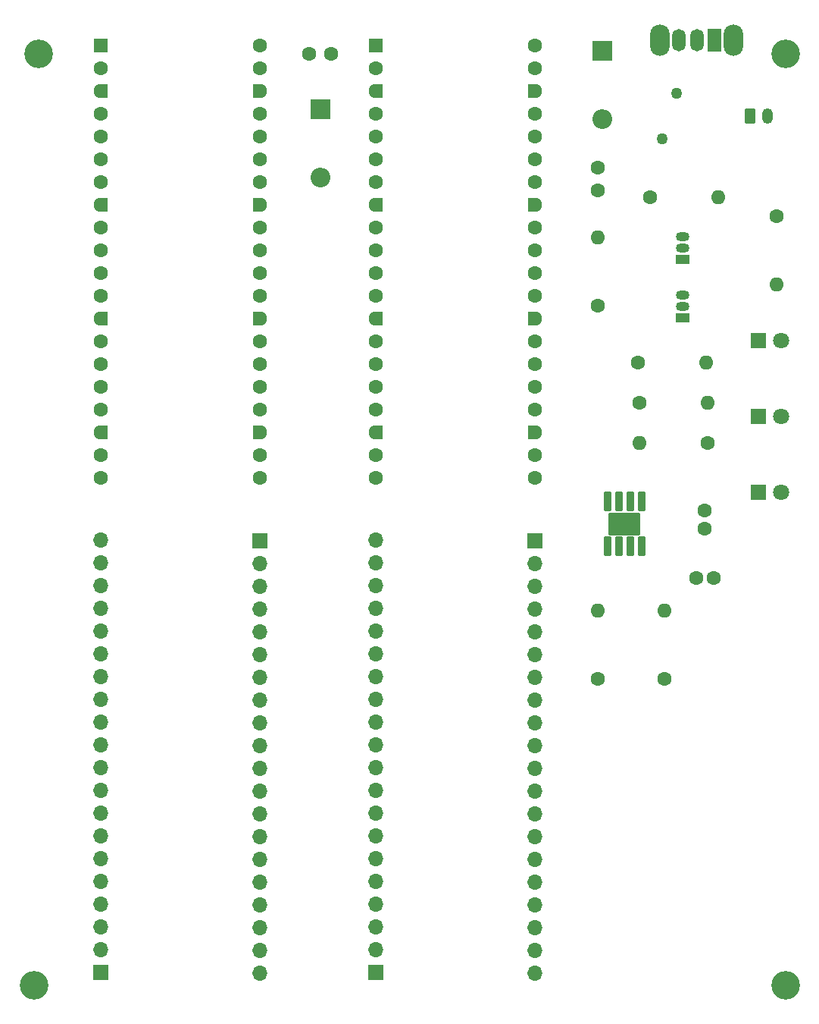
<source format=gbr>
%TF.GenerationSoftware,KiCad,Pcbnew,9.0.0*%
%TF.CreationDate,2025-09-26T14:07:43-04:00*%
%TF.ProjectId,Design V2.0,44657369-676e-4205-9632-2e302e6b6963,rev?*%
%TF.SameCoordinates,Original*%
%TF.FileFunction,Soldermask,Top*%
%TF.FilePolarity,Negative*%
%FSLAX46Y46*%
G04 Gerber Fmt 4.6, Leading zero omitted, Abs format (unit mm)*
G04 Created by KiCad (PCBNEW 9.0.0) date 2025-09-26 14:07:43*
%MOMM*%
%LPD*%
G01*
G04 APERTURE LIST*
G04 Aperture macros list*
%AMRoundRect*
0 Rectangle with rounded corners*
0 $1 Rounding radius*
0 $2 $3 $4 $5 $6 $7 $8 $9 X,Y pos of 4 corners*
0 Add a 4 corners polygon primitive as box body*
4,1,4,$2,$3,$4,$5,$6,$7,$8,$9,$2,$3,0*
0 Add four circle primitives for the rounded corners*
1,1,$1+$1,$2,$3*
1,1,$1+$1,$4,$5*
1,1,$1+$1,$6,$7*
1,1,$1+$1,$8,$9*
0 Add four rect primitives between the rounded corners*
20,1,$1+$1,$2,$3,$4,$5,0*
20,1,$1+$1,$4,$5,$6,$7,0*
20,1,$1+$1,$6,$7,$8,$9,0*
20,1,$1+$1,$8,$9,$2,$3,0*%
%AMFreePoly0*
4,1,37,0.603843,0.796157,0.639018,0.796157,0.711114,0.766294,0.766294,0.711114,0.796157,0.639018,0.796157,0.603843,0.800000,0.600000,0.800000,-0.600000,0.796157,-0.603843,0.796157,-0.639018,0.766294,-0.711114,0.711114,-0.766294,0.639018,-0.796157,0.603843,-0.796157,0.600000,-0.800000,0.000000,-0.800000,0.000000,-0.796148,-0.078414,-0.796148,-0.232228,-0.765552,-0.377117,-0.705537,
-0.507515,-0.618408,-0.618408,-0.507515,-0.705537,-0.377117,-0.765552,-0.232228,-0.796148,-0.078414,-0.796148,0.078414,-0.765552,0.232228,-0.705537,0.377117,-0.618408,0.507515,-0.507515,0.618408,-0.377117,0.705537,-0.232228,0.765552,-0.078414,0.796148,0.000000,0.796148,0.000000,0.800000,0.600000,0.800000,0.603843,0.796157,0.603843,0.796157,$1*%
%AMFreePoly1*
4,1,37,0.000000,0.796148,0.078414,0.796148,0.232228,0.765552,0.377117,0.705537,0.507515,0.618408,0.618408,0.507515,0.705537,0.377117,0.765552,0.232228,0.796148,0.078414,0.796148,-0.078414,0.765552,-0.232228,0.705537,-0.377117,0.618408,-0.507515,0.507515,-0.618408,0.377117,-0.705537,0.232228,-0.765552,0.078414,-0.796148,0.000000,-0.796148,0.000000,-0.800000,-0.600000,-0.800000,
-0.603843,-0.796157,-0.639018,-0.796157,-0.711114,-0.766294,-0.766294,-0.711114,-0.796157,-0.639018,-0.796157,-0.603843,-0.800000,-0.600000,-0.800000,0.600000,-0.796157,0.603843,-0.796157,0.639018,-0.766294,0.711114,-0.711114,0.766294,-0.639018,0.796157,-0.603843,0.796157,-0.600000,0.800000,0.000000,0.800000,0.000000,0.796148,0.000000,0.796148,$1*%
G04 Aperture macros list end*
%ADD10C,1.600000*%
%ADD11O,1.600000X1.600000*%
%ADD12R,1.800000X1.800000*%
%ADD13C,1.800000*%
%ADD14RoundRect,0.200000X-0.600000X-0.600000X0.600000X-0.600000X0.600000X0.600000X-0.600000X0.600000X0*%
%ADD15FreePoly0,0.000000*%
%ADD16FreePoly1,0.000000*%
%ADD17C,1.270000*%
%ADD18R,2.200000X2.200000*%
%ADD19O,2.200000X2.200000*%
%ADD20O,2.200000X3.500000*%
%ADD21R,1.500000X2.500000*%
%ADD22O,1.500000X2.500000*%
%ADD23R,1.700000X1.700000*%
%ADD24O,1.700000X1.700000*%
%ADD25C,3.200000*%
%ADD26RoundRect,0.250000X-0.350000X-0.625000X0.350000X-0.625000X0.350000X0.625000X-0.350000X0.625000X0*%
%ADD27O,1.200000X1.750000*%
%ADD28R,1.500000X1.050000*%
%ADD29O,1.500000X1.050000*%
%ADD30RoundRect,0.100500X0.301500X-0.986500X0.301500X0.986500X-0.301500X0.986500X-0.301500X-0.986500X0*%
%ADD31RoundRect,0.102000X1.651000X-1.206500X1.651000X1.206500X-1.651000X1.206500X-1.651000X-1.206500X0*%
G04 APERTURE END LIST*
D10*
%TO.C,R6*%
X224500000Y-61620000D03*
D11*
X224500000Y-54000000D03*
%TD*%
D10*
%TO.C,R5*%
X244500000Y-51690000D03*
D11*
X244500000Y-59310000D03*
%TD*%
D12*
%TO.C,D4*%
X242460000Y-82500000D03*
D13*
X245000000Y-82500000D03*
%TD*%
D10*
%TO.C,R8*%
X236810000Y-77000000D03*
D11*
X229190000Y-77000000D03*
%TD*%
D14*
%TO.C,A1*%
X169000000Y-32600000D03*
D10*
X169000000Y-35140000D03*
D15*
X169000000Y-37680000D03*
D10*
X169000000Y-40220000D03*
X169000000Y-42760000D03*
X169000000Y-45300000D03*
X169000000Y-47840000D03*
D15*
X169000000Y-50380000D03*
D10*
X169000000Y-52920000D03*
X169000000Y-55460000D03*
X169000000Y-58000000D03*
X169000000Y-60540000D03*
D15*
X169000000Y-63080000D03*
D10*
X169000000Y-65620000D03*
X169000000Y-68160000D03*
X169000000Y-70700000D03*
X169000000Y-73240000D03*
D15*
X169000000Y-75780000D03*
D10*
X169000000Y-78320000D03*
X169000000Y-80860000D03*
X186780000Y-80860000D03*
X186780000Y-78320000D03*
D16*
X186780000Y-75780000D03*
D10*
X186780000Y-73240000D03*
X186780000Y-70700000D03*
X186780000Y-68160000D03*
X186780000Y-65620000D03*
D16*
X186780000Y-63080000D03*
D10*
X186780000Y-60540000D03*
X186780000Y-58000000D03*
X186780000Y-55460000D03*
X186780000Y-52920000D03*
D16*
X186780000Y-50380000D03*
D10*
X186780000Y-47840000D03*
X186780000Y-45300000D03*
X186780000Y-42760000D03*
X186780000Y-40220000D03*
D16*
X186780000Y-37680000D03*
D10*
X186780000Y-35140000D03*
X186780000Y-32600000D03*
%TD*%
D17*
%TO.C,F1*%
X231700000Y-43050000D03*
X233300000Y-37950000D03*
%TD*%
D10*
%TO.C,R2*%
X230380000Y-49500000D03*
D11*
X238000000Y-49500000D03*
%TD*%
D18*
%TO.C,D5*%
X193500000Y-39690000D03*
D19*
X193500000Y-47310000D03*
%TD*%
D20*
%TO.C,SW1*%
X239700000Y-32000000D03*
X231500000Y-32000000D03*
D21*
X237600000Y-32000000D03*
D22*
X235600000Y-32000000D03*
X233600000Y-32000000D03*
%TD*%
D10*
%TO.C,C4*%
X236500000Y-86500000D03*
X236500000Y-84500000D03*
%TD*%
%TO.C,C2*%
X224500000Y-48750000D03*
X224500000Y-46250000D03*
%TD*%
D23*
%TO.C,J4*%
X199720000Y-136060000D03*
D24*
X199720000Y-133520000D03*
X199720000Y-130980000D03*
X199720000Y-128440000D03*
X199720000Y-125900000D03*
X199720000Y-123360000D03*
X199720000Y-120820000D03*
X199720000Y-118280000D03*
X199720000Y-115740000D03*
X199720000Y-113200000D03*
X199720000Y-110660000D03*
X199720000Y-108120000D03*
X199720000Y-105580000D03*
X199720000Y-103040000D03*
X199720000Y-100500000D03*
X199720000Y-97960000D03*
X199720000Y-95420000D03*
X199720000Y-92880000D03*
X199720000Y-90340000D03*
X199720000Y-87800000D03*
%TD*%
D25*
%TO.C,H2*%
X245500000Y-33500000D03*
%TD*%
D23*
%TO.C,J3*%
X186780000Y-87860000D03*
D24*
X186780000Y-90400000D03*
X186780000Y-92940000D03*
X186780000Y-95480000D03*
X186780000Y-98020000D03*
X186780000Y-100560000D03*
X186780000Y-103100000D03*
X186780000Y-105640000D03*
X186780000Y-108180000D03*
X186780000Y-110720000D03*
X186780000Y-113260000D03*
X186780000Y-115800000D03*
X186780000Y-118340000D03*
X186780000Y-120880000D03*
X186780000Y-123420000D03*
X186780000Y-125960000D03*
X186780000Y-128500000D03*
X186780000Y-131040000D03*
X186780000Y-133580000D03*
X186780000Y-136120000D03*
%TD*%
D26*
%TO.C,J1*%
X241500000Y-40500000D03*
D27*
X243500000Y-40500000D03*
%TD*%
D10*
%TO.C,C1*%
X194750000Y-33500000D03*
X192250000Y-33500000D03*
%TD*%
D23*
%TO.C,J2*%
X169000000Y-136060000D03*
D24*
X169000000Y-133520000D03*
X169000000Y-130980000D03*
X169000000Y-128440000D03*
X169000000Y-125900000D03*
X169000000Y-123360000D03*
X169000000Y-120820000D03*
X169000000Y-118280000D03*
X169000000Y-115740000D03*
X169000000Y-113200000D03*
X169000000Y-110660000D03*
X169000000Y-108120000D03*
X169000000Y-105580000D03*
X169000000Y-103040000D03*
X169000000Y-100500000D03*
X169000000Y-97960000D03*
X169000000Y-95420000D03*
X169000000Y-92880000D03*
X169000000Y-90340000D03*
X169000000Y-87800000D03*
%TD*%
D10*
%TO.C,R1*%
X224500000Y-103310000D03*
D11*
X224500000Y-95690000D03*
%TD*%
D10*
%TO.C,R7*%
X229000000Y-68000000D03*
D11*
X236620000Y-68000000D03*
%TD*%
D12*
%TO.C,D2*%
X242460000Y-65500000D03*
D13*
X245000000Y-65500000D03*
%TD*%
D25*
%TO.C,H1*%
X162000000Y-33500000D03*
%TD*%
D12*
%TO.C,D3*%
X242460000Y-74000000D03*
D13*
X245000000Y-74000000D03*
%TD*%
D10*
%TO.C,C3*%
X237500000Y-92000000D03*
X235500000Y-92000000D03*
%TD*%
D18*
%TO.C,D6*%
X225000000Y-33190000D03*
D19*
X225000000Y-40810000D03*
%TD*%
D28*
%TO.C,Q3*%
X234000000Y-56500000D03*
D29*
X234000000Y-55230000D03*
X234000000Y-53960000D03*
%TD*%
D10*
%TO.C,R3*%
X229190000Y-72500000D03*
D11*
X236810000Y-72500000D03*
%TD*%
D25*
%TO.C,H3*%
X245500000Y-137500000D03*
%TD*%
D23*
%TO.C,J5*%
X217500000Y-87860000D03*
D24*
X217500000Y-90400000D03*
X217500000Y-92940000D03*
X217500000Y-95480000D03*
X217500000Y-98020000D03*
X217500000Y-100560000D03*
X217500000Y-103100000D03*
X217500000Y-105640000D03*
X217500000Y-108180000D03*
X217500000Y-110720000D03*
X217500000Y-113260000D03*
X217500000Y-115800000D03*
X217500000Y-118340000D03*
X217500000Y-120880000D03*
X217500000Y-123420000D03*
X217500000Y-125960000D03*
X217500000Y-128500000D03*
X217500000Y-131040000D03*
X217500000Y-133580000D03*
X217500000Y-136120000D03*
%TD*%
D25*
%TO.C,H4*%
X161500000Y-137500000D03*
%TD*%
D30*
%TO.C,U1*%
X225595000Y-88475000D03*
X226865000Y-88475000D03*
X228135000Y-88475000D03*
X229405000Y-88475000D03*
X229405000Y-83525000D03*
X228135000Y-83525000D03*
X226865000Y-83525000D03*
X225595000Y-83525000D03*
D31*
X227500000Y-86000000D03*
%TD*%
D14*
%TO.C,A2*%
X199720000Y-32600000D03*
D10*
X199720000Y-35140000D03*
D15*
X199720000Y-37680000D03*
D10*
X199720000Y-40220000D03*
X199720000Y-42760000D03*
X199720000Y-45300000D03*
X199720000Y-47840000D03*
D15*
X199720000Y-50380000D03*
D10*
X199720000Y-52920000D03*
X199720000Y-55460000D03*
X199720000Y-58000000D03*
X199720000Y-60540000D03*
D15*
X199720000Y-63080000D03*
D10*
X199720000Y-65620000D03*
X199720000Y-68160000D03*
X199720000Y-70700000D03*
X199720000Y-73240000D03*
D15*
X199720000Y-75780000D03*
D10*
X199720000Y-78320000D03*
X199720000Y-80860000D03*
X217500000Y-80860000D03*
X217500000Y-78320000D03*
D16*
X217500000Y-75780000D03*
D10*
X217500000Y-73240000D03*
X217500000Y-70700000D03*
X217500000Y-68160000D03*
X217500000Y-65620000D03*
D16*
X217500000Y-63080000D03*
D10*
X217500000Y-60540000D03*
X217500000Y-58000000D03*
X217500000Y-55460000D03*
X217500000Y-52920000D03*
D16*
X217500000Y-50380000D03*
D10*
X217500000Y-47840000D03*
X217500000Y-45300000D03*
X217500000Y-42760000D03*
X217500000Y-40220000D03*
D16*
X217500000Y-37680000D03*
D10*
X217500000Y-35140000D03*
X217500000Y-32600000D03*
%TD*%
D28*
%TO.C,Q4*%
X234000000Y-63000000D03*
D29*
X234000000Y-61730000D03*
X234000000Y-60460000D03*
%TD*%
D10*
%TO.C,R4*%
X232000000Y-103310000D03*
D11*
X232000000Y-95690000D03*
%TD*%
M02*

</source>
